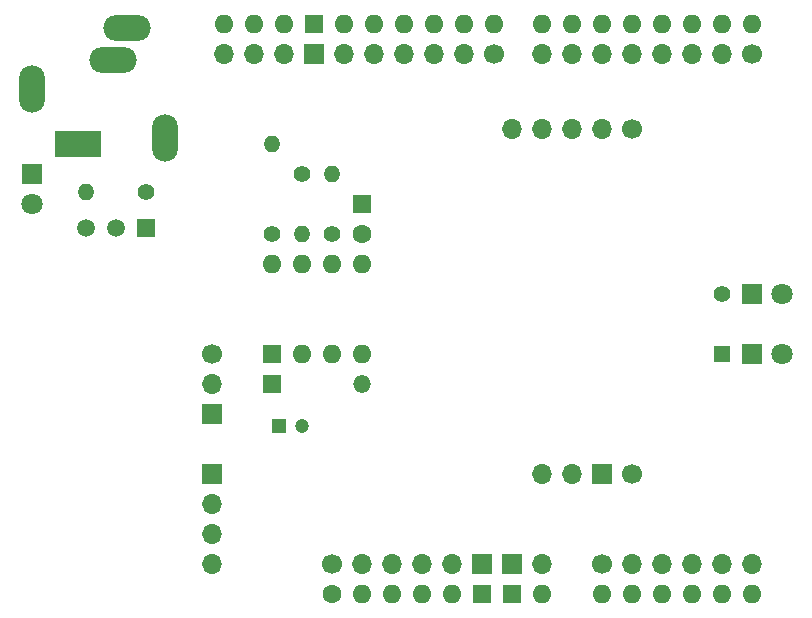
<source format=gbs>
%TF.GenerationSoftware,KiCad,Pcbnew,(5.1.12)-1*%
%TF.CreationDate,2022-07-01T18:07:03+09:00*%
%TF.ProjectId,WemosD1Shield,57656d6f-7344-4315-9368-69656c642e6b,rev?*%
%TF.SameCoordinates,Original*%
%TF.FileFunction,Soldermask,Bot*%
%TF.FilePolarity,Negative*%
%FSLAX46Y46*%
G04 Gerber Fmt 4.6, Leading zero omitted, Abs format (unit mm)*
G04 Created by KiCad (PCBNEW (5.1.12)-1) date 2022-07-01 18:07:03*
%MOMM*%
%LPD*%
G01*
G04 APERTURE LIST*
%ADD10O,1.600000X1.600000*%
%ADD11R,1.600000X1.600000*%
%ADD12C,1.600000*%
%ADD13O,1.400000X1.400000*%
%ADD14C,1.400000*%
%ADD15R,1.500000X1.500000*%
%ADD16C,1.500000*%
%ADD17R,1.700000X1.700000*%
%ADD18O,1.700000X1.700000*%
%ADD19C,1.700000*%
%ADD20R,1.400000X1.400000*%
%ADD21O,2.200000X4.000000*%
%ADD22O,4.000000X2.200000*%
%ADD23R,4.000000X2.200000*%
%ADD24C,1.800000*%
%ADD25R,1.800000X1.800000*%
%ADD26O,1.500000X1.500000*%
%ADD27R,1.200000X1.200000*%
%ADD28C,1.200000*%
G04 APERTURE END LIST*
D10*
%TO.C,A1*%
X175260000Y-86360000D03*
X177800000Y-86360000D03*
X138180000Y-86360000D03*
X177800000Y-134620000D03*
D11*
X140720000Y-86360000D03*
D10*
X175260000Y-134620000D03*
X143260000Y-86360000D03*
X172720000Y-134620000D03*
X145800000Y-86360000D03*
X170180000Y-134620000D03*
X148340000Y-86360000D03*
X167640000Y-134620000D03*
X150880000Y-86360000D03*
X165100000Y-134620000D03*
X153420000Y-86360000D03*
X160020000Y-134620000D03*
X155960000Y-86360000D03*
D11*
X157480000Y-134620000D03*
D10*
X160020000Y-86360000D03*
D11*
X154940000Y-134620000D03*
D10*
X162560000Y-86360000D03*
X152400000Y-134620000D03*
X165100000Y-86360000D03*
X149860000Y-134620000D03*
X167640000Y-86360000D03*
X147320000Y-134620000D03*
X170180000Y-86360000D03*
X144780000Y-134620000D03*
X172720000Y-86360000D03*
D12*
X142240000Y-134620000D03*
D10*
X135640000Y-86360000D03*
X133100000Y-86360000D03*
%TD*%
D13*
%TO.C,4.7k*%
X139700000Y-104140000D03*
D14*
X139700000Y-99060000D03*
%TD*%
D13*
%TO.C,10M*%
X137160000Y-96520000D03*
D14*
X137160000Y-104140000D03*
%TD*%
D11*
%TO.C,0.1uF*%
X144780000Y-101640000D03*
D12*
X144780000Y-104140000D03*
%TD*%
D15*
%TO.C,2N7000*%
X126492000Y-103632000D03*
D16*
X121412000Y-103632000D03*
X123952000Y-103632000D03*
%TD*%
D17*
%TO.C,DHT22*%
X132080000Y-119380000D03*
D18*
X132080000Y-116840000D03*
D19*
X132080000Y-114300000D03*
%TD*%
D18*
%TO.C,VCC*%
X160020000Y-124460000D03*
X162560000Y-124460000D03*
D17*
X165100000Y-124460000D03*
D19*
X167640000Y-124460000D03*
%TD*%
D18*
%TO.C,Rx*%
X157480000Y-95250000D03*
X160020000Y-95250000D03*
X162560000Y-95250000D03*
X165100000Y-95250000D03*
D19*
X167640000Y-95250000D03*
%TD*%
D10*
%TO.C,NE555*%
X137160000Y-106680000D03*
X144780000Y-114300000D03*
X139700000Y-106680000D03*
X142240000Y-114300000D03*
X142240000Y-106680000D03*
X139700000Y-114300000D03*
X144780000Y-106680000D03*
D11*
X137160000Y-114300000D03*
%TD*%
D20*
%TO.C,330*%
X175260000Y-114300000D03*
D14*
X175260000Y-109220000D03*
%TD*%
D13*
%TO.C,330*%
X142240000Y-99060000D03*
D14*
X142240000Y-104140000D03*
%TD*%
D13*
%TO.C,100*%
X121412000Y-100584000D03*
D14*
X126492000Y-100584000D03*
%TD*%
D21*
%TO.C,AudioJack*%
X116840000Y-91920000D03*
D22*
X124840000Y-86720000D03*
X123640000Y-89420000D03*
D21*
X128040000Y-96020000D03*
D23*
X120740000Y-96520000D03*
%TD*%
D18*
%TO.C,Relay*%
X132080000Y-132080000D03*
X132080000Y-129540000D03*
X132080000Y-127000000D03*
D17*
X132080000Y-124460000D03*
%TD*%
D18*
%TO.C,J4*%
X133096000Y-88900000D03*
X135636000Y-88900000D03*
X138176000Y-88900000D03*
D17*
X140716000Y-88900000D03*
D18*
X143256000Y-88900000D03*
X145796000Y-88900000D03*
X148336000Y-88900000D03*
X150876000Y-88900000D03*
X153416000Y-88900000D03*
D19*
X155956000Y-88900000D03*
%TD*%
D18*
%TO.C,J3*%
X160020000Y-88900000D03*
X162560000Y-88900000D03*
X165100000Y-88900000D03*
X167640000Y-88900000D03*
X170180000Y-88900000D03*
X172720000Y-88900000D03*
X175260000Y-88900000D03*
D19*
X177800000Y-88900000D03*
%TD*%
D18*
%TO.C,04*%
X177800000Y-132080000D03*
X175260000Y-132080000D03*
X172720000Y-132080000D03*
X170180000Y-132080000D03*
X167640000Y-132080000D03*
D19*
X165100000Y-132080000D03*
%TD*%
D18*
%TO.C,RST*%
X160020000Y-132080000D03*
D17*
X157480000Y-132080000D03*
X154940000Y-132080000D03*
D18*
X152400000Y-132080000D03*
X149860000Y-132080000D03*
X147320000Y-132080000D03*
X144780000Y-132080000D03*
D19*
X142240000Y-132080000D03*
%TD*%
D24*
%TO.C,IR LED*%
X116840000Y-101600000D03*
D25*
X116840000Y-99060000D03*
%TD*%
D26*
%TO.C,1N4001*%
X144780000Y-116840000D03*
D15*
X137160000Y-116840000D03*
%TD*%
D24*
%TO.C,LED2*%
X180340000Y-109220000D03*
D25*
X177800000Y-109220000D03*
%TD*%
D24*
%TO.C,LED1*%
X180340000Y-114300000D03*
D25*
X177800000Y-114300000D03*
%TD*%
D27*
%TO.C,22uF*%
X137700000Y-120396000D03*
D28*
X139700000Y-120396000D03*
%TD*%
M02*

</source>
